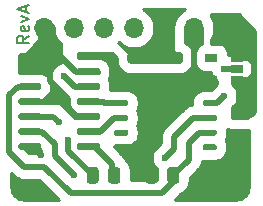
<source format=gtl>
G04 #@! TF.GenerationSoftware,KiCad,Pcbnew,(5.1.9-0-10_14)*
G04 #@! TF.CreationDate,2023-06-12T04:28:03-04:00*
G04 #@! TF.ProjectId,LiBCM-Daughterboard,4c694243-4d2d-4446-9175-676874657262,A*
G04 #@! TF.SameCoordinates,Original*
G04 #@! TF.FileFunction,Copper,L1,Top*
G04 #@! TF.FilePolarity,Positive*
%FSLAX46Y46*%
G04 Gerber Fmt 4.6, Leading zero omitted, Abs format (unit mm)*
G04 Created by KiCad (PCBNEW (5.1.9-0-10_14)) date 2023-06-12 04:28:03*
%MOMM*%
%LPD*%
G01*
G04 APERTURE LIST*
G04 #@! TA.AperFunction,NonConductor*
%ADD10C,0.150000*%
G04 #@! TD*
G04 #@! TA.AperFunction,ComponentPad*
%ADD11R,1.700000X1.700000*%
G04 #@! TD*
G04 #@! TA.AperFunction,ComponentPad*
%ADD12O,1.700000X1.700000*%
G04 #@! TD*
G04 #@! TA.AperFunction,SMDPad,CuDef*
%ADD13R,1.060000X0.650000*%
G04 #@! TD*
G04 #@! TA.AperFunction,ViaPad*
%ADD14C,0.600000*%
G04 #@! TD*
G04 #@! TA.AperFunction,Conductor*
%ADD15C,0.500000*%
G04 #@! TD*
G04 #@! TA.AperFunction,Conductor*
%ADD16C,1.000000*%
G04 #@! TD*
G04 #@! TA.AperFunction,Conductor*
%ADD17C,0.254000*%
G04 #@! TD*
G04 #@! TA.AperFunction,Conductor*
%ADD18C,0.100000*%
G04 #@! TD*
G04 APERTURE END LIST*
D10*
X36202380Y-161928571D02*
X35726190Y-162261904D01*
X36202380Y-162500000D02*
X35202380Y-162500000D01*
X35202380Y-162119047D01*
X35250000Y-162023809D01*
X35297619Y-161976190D01*
X35392857Y-161928571D01*
X35535714Y-161928571D01*
X35630952Y-161976190D01*
X35678571Y-162023809D01*
X35726190Y-162119047D01*
X35726190Y-162500000D01*
X36154761Y-161119047D02*
X36202380Y-161214285D01*
X36202380Y-161404761D01*
X36154761Y-161500000D01*
X36059523Y-161547619D01*
X35678571Y-161547619D01*
X35583333Y-161500000D01*
X35535714Y-161404761D01*
X35535714Y-161214285D01*
X35583333Y-161119047D01*
X35678571Y-161071428D01*
X35773809Y-161071428D01*
X35869047Y-161547619D01*
X35535714Y-160738095D02*
X36202380Y-160500000D01*
X35535714Y-160261904D01*
X35916666Y-159928571D02*
X35916666Y-159452380D01*
X36202380Y-160023809D02*
X35202380Y-159690476D01*
X36202380Y-159357142D01*
G04 #@! TO.P,C1,1*
G04 #@! TO.N,+3V3*
G04 #@! TA.AperFunction,SMDPad,CuDef*
G36*
G01*
X45725000Y-166200000D02*
X44775000Y-166200000D01*
G75*
G02*
X44525000Y-165950000I0J250000D01*
G01*
X44525000Y-165450000D01*
G75*
G02*
X44775000Y-165200000I250000J0D01*
G01*
X45725000Y-165200000D01*
G75*
G02*
X45975000Y-165450000I0J-250000D01*
G01*
X45975000Y-165950000D01*
G75*
G02*
X45725000Y-166200000I-250000J0D01*
G01*
G37*
G04 #@! TD.AperFunction*
G04 #@! TO.P,C1,2*
G04 #@! TO.N,GND*
G04 #@! TA.AperFunction,SMDPad,CuDef*
G36*
G01*
X45725000Y-164300000D02*
X44775000Y-164300000D01*
G75*
G02*
X44525000Y-164050000I0J250000D01*
G01*
X44525000Y-163550000D01*
G75*
G02*
X44775000Y-163300000I250000J0D01*
G01*
X45725000Y-163300000D01*
G75*
G02*
X45975000Y-163550000I0J-250000D01*
G01*
X45975000Y-164050000D01*
G75*
G02*
X45725000Y-164300000I-250000J0D01*
G01*
G37*
G04 #@! TD.AperFunction*
G04 #@! TD*
G04 #@! TO.P,C3,2*
G04 #@! TO.N,GND*
G04 #@! TA.AperFunction,SMDPad,CuDef*
G36*
G01*
X53525000Y-169950000D02*
X54475000Y-169950000D01*
G75*
G02*
X54725000Y-170200000I0J-250000D01*
G01*
X54725000Y-170700000D01*
G75*
G02*
X54475000Y-170950000I-250000J0D01*
G01*
X53525000Y-170950000D01*
G75*
G02*
X53275000Y-170700000I0J250000D01*
G01*
X53275000Y-170200000D01*
G75*
G02*
X53525000Y-169950000I250000J0D01*
G01*
G37*
G04 #@! TD.AperFunction*
G04 #@! TO.P,C3,1*
G04 #@! TO.N,+5V*
G04 #@! TA.AperFunction,SMDPad,CuDef*
G36*
G01*
X53525000Y-168050000D02*
X54475000Y-168050000D01*
G75*
G02*
X54725000Y-168300000I0J-250000D01*
G01*
X54725000Y-168800000D01*
G75*
G02*
X54475000Y-169050000I-250000J0D01*
G01*
X53525000Y-169050000D01*
G75*
G02*
X53275000Y-168800000I0J250000D01*
G01*
X53275000Y-168300000D01*
G75*
G02*
X53525000Y-168050000I250000J0D01*
G01*
G37*
G04 #@! TD.AperFunction*
G04 #@! TD*
G04 #@! TO.P,C4,1*
G04 #@! TO.N,+3V3*
G04 #@! TA.AperFunction,SMDPad,CuDef*
G36*
G01*
X48975000Y-166200000D02*
X48025000Y-166200000D01*
G75*
G02*
X47775000Y-165950000I0J250000D01*
G01*
X47775000Y-165450000D01*
G75*
G02*
X48025000Y-165200000I250000J0D01*
G01*
X48975000Y-165200000D01*
G75*
G02*
X49225000Y-165450000I0J-250000D01*
G01*
X49225000Y-165950000D01*
G75*
G02*
X48975000Y-166200000I-250000J0D01*
G01*
G37*
G04 #@! TD.AperFunction*
G04 #@! TO.P,C4,2*
G04 #@! TO.N,GND*
G04 #@! TA.AperFunction,SMDPad,CuDef*
G36*
G01*
X48975000Y-164300000D02*
X48025000Y-164300000D01*
G75*
G02*
X47775000Y-164050000I0J250000D01*
G01*
X47775000Y-163550000D01*
G75*
G02*
X48025000Y-163300000I250000J0D01*
G01*
X48975000Y-163300000D01*
G75*
G02*
X49225000Y-163550000I0J-250000D01*
G01*
X49225000Y-164050000D01*
G75*
G02*
X48975000Y-164300000I-250000J0D01*
G01*
G37*
G04 #@! TD.AperFunction*
G04 #@! TD*
D11*
G04 #@! TO.P,J1,1*
G04 #@! TO.N,+5V*
X52714999Y-161265001D03*
D12*
G04 #@! TO.P,J1,2*
G04 #@! TO.N,+3V3*
X50174999Y-161265001D03*
G04 #@! TO.P,J1,3*
G04 #@! TO.N,GND*
X47634999Y-161265001D03*
G04 #@! TO.P,J1,4*
G04 #@! TO.N,/SCK_VCC*
X45094999Y-161265001D03*
G04 #@! TO.P,J1,5*
G04 #@! TO.N,/MISO_VCC*
X42554999Y-161265001D03*
G04 #@! TO.P,J1,6*
G04 #@! TO.N,/MOSI_VCC*
X40014999Y-161265001D03*
G04 #@! TO.P,J1,7*
G04 #@! TO.N,/CS_VCC*
X37474999Y-161265001D03*
G04 #@! TD*
G04 #@! TO.P,R1,1*
G04 #@! TO.N,+3V3*
G04 #@! TA.AperFunction,SMDPad,CuDef*
G36*
G01*
X46075000Y-174200001D02*
X46075000Y-173299999D01*
G75*
G02*
X46324999Y-173050000I249999J0D01*
G01*
X46850001Y-173050000D01*
G75*
G02*
X47100000Y-173299999I0J-249999D01*
G01*
X47100000Y-174200001D01*
G75*
G02*
X46850001Y-174450000I-249999J0D01*
G01*
X46324999Y-174450000D01*
G75*
G02*
X46075000Y-174200001I0J249999D01*
G01*
G37*
G04 #@! TD.AperFunction*
G04 #@! TO.P,R1,2*
G04 #@! TO.N,/CS_3V3*
G04 #@! TA.AperFunction,SMDPad,CuDef*
G36*
G01*
X47900000Y-174200001D02*
X47900000Y-173299999D01*
G75*
G02*
X48149999Y-173050000I249999J0D01*
G01*
X48675001Y-173050000D01*
G75*
G02*
X48925000Y-173299999I0J-249999D01*
G01*
X48925000Y-174200001D01*
G75*
G02*
X48675001Y-174450000I-249999J0D01*
G01*
X48149999Y-174450000D01*
G75*
G02*
X47900000Y-174200001I0J249999D01*
G01*
G37*
G04 #@! TD.AperFunction*
G04 #@! TD*
G04 #@! TO.P,R2,2*
G04 #@! TO.N,/MISO_VCC*
G04 #@! TA.AperFunction,SMDPad,CuDef*
G36*
G01*
X42100000Y-173299999D02*
X42100000Y-174200001D01*
G75*
G02*
X41850001Y-174450000I-249999J0D01*
G01*
X41324999Y-174450000D01*
G75*
G02*
X41075000Y-174200001I0J249999D01*
G01*
X41075000Y-173299999D01*
G75*
G02*
X41324999Y-173050000I249999J0D01*
G01*
X41850001Y-173050000D01*
G75*
G02*
X42100000Y-173299999I0J-249999D01*
G01*
G37*
G04 #@! TD.AperFunction*
G04 #@! TO.P,R2,1*
G04 #@! TO.N,/MISO_ILIM_SD*
G04 #@! TA.AperFunction,SMDPad,CuDef*
G36*
G01*
X43925000Y-173299999D02*
X43925000Y-174200001D01*
G75*
G02*
X43675001Y-174450000I-249999J0D01*
G01*
X43149999Y-174450000D01*
G75*
G02*
X42900000Y-174200001I0J249999D01*
G01*
X42900000Y-173299999D01*
G75*
G02*
X43149999Y-173050000I249999J0D01*
G01*
X43675001Y-173050000D01*
G75*
G02*
X43925000Y-173299999I0J-249999D01*
G01*
G37*
G04 #@! TD.AperFunction*
G04 #@! TD*
G04 #@! TO.P,U1,1*
G04 #@! TO.N,N/C*
G04 #@! TA.AperFunction,SMDPad,CuDef*
G36*
G01*
X52100000Y-171250000D02*
X52100000Y-171500000D01*
G75*
G02*
X51975000Y-171625000I-125000J0D01*
G01*
X51025000Y-171625000D01*
G75*
G02*
X50900000Y-171500000I0J125000D01*
G01*
X50900000Y-171250000D01*
G75*
G02*
X51025000Y-171125000I125000J0D01*
G01*
X51975000Y-171125000D01*
G75*
G02*
X52100000Y-171250000I0J-125000D01*
G01*
G37*
G04 #@! TD.AperFunction*
G04 #@! TO.P,U1,2*
G04 #@! TO.N,/CS_3V3*
G04 #@! TA.AperFunction,SMDPad,CuDef*
G36*
G01*
X52100000Y-170000000D02*
X52100000Y-170250000D01*
G75*
G02*
X51975000Y-170375000I-125000J0D01*
G01*
X51025000Y-170375000D01*
G75*
G02*
X50900000Y-170250000I0J125000D01*
G01*
X50900000Y-170000000D01*
G75*
G02*
X51025000Y-169875000I125000J0D01*
G01*
X51975000Y-169875000D01*
G75*
G02*
X52100000Y-170000000I0J-125000D01*
G01*
G37*
G04 #@! TD.AperFunction*
G04 #@! TO.P,U1,3*
G04 #@! TO.N,/SCK_3V3*
G04 #@! TA.AperFunction,SMDPad,CuDef*
G36*
G01*
X52100000Y-168750000D02*
X52100000Y-169000000D01*
G75*
G02*
X51975000Y-169125000I-125000J0D01*
G01*
X51025000Y-169125000D01*
G75*
G02*
X50900000Y-169000000I0J125000D01*
G01*
X50900000Y-168750000D01*
G75*
G02*
X51025000Y-168625000I125000J0D01*
G01*
X51975000Y-168625000D01*
G75*
G02*
X52100000Y-168750000I0J-125000D01*
G01*
G37*
G04 #@! TD.AperFunction*
G04 #@! TO.P,U1,4*
G04 #@! TO.N,GND*
G04 #@! TA.AperFunction,SMDPad,CuDef*
G36*
G01*
X52100000Y-167500000D02*
X52100000Y-167750000D01*
G75*
G02*
X51975000Y-167875000I-125000J0D01*
G01*
X51025000Y-167875000D01*
G75*
G02*
X50900000Y-167750000I0J125000D01*
G01*
X50900000Y-167500000D01*
G75*
G02*
X51025000Y-167375000I125000J0D01*
G01*
X51975000Y-167375000D01*
G75*
G02*
X52100000Y-167500000I0J-125000D01*
G01*
G37*
G04 #@! TD.AperFunction*
G04 #@! TO.P,U1,5*
G04 #@! TO.N,/MOSI_3V3*
G04 #@! TA.AperFunction,SMDPad,CuDef*
G36*
G01*
X44600000Y-167500000D02*
X44600000Y-167750000D01*
G75*
G02*
X44475000Y-167875000I-125000J0D01*
G01*
X43525000Y-167875000D01*
G75*
G02*
X43400000Y-167750000I0J125000D01*
G01*
X43400000Y-167500000D01*
G75*
G02*
X43525000Y-167375000I125000J0D01*
G01*
X44475000Y-167375000D01*
G75*
G02*
X44600000Y-167500000I0J-125000D01*
G01*
G37*
G04 #@! TD.AperFunction*
G04 #@! TO.P,U1,6*
G04 #@! TO.N,/MISO_3V3*
G04 #@! TA.AperFunction,SMDPad,CuDef*
G36*
G01*
X44600000Y-168750000D02*
X44600000Y-169000000D01*
G75*
G02*
X44475000Y-169125000I-125000J0D01*
G01*
X43525000Y-169125000D01*
G75*
G02*
X43400000Y-169000000I0J125000D01*
G01*
X43400000Y-168750000D01*
G75*
G02*
X43525000Y-168625000I125000J0D01*
G01*
X44475000Y-168625000D01*
G75*
G02*
X44600000Y-168750000I0J-125000D01*
G01*
G37*
G04 #@! TD.AperFunction*
G04 #@! TO.P,U1,7*
G04 #@! TO.N,N/C*
G04 #@! TA.AperFunction,SMDPad,CuDef*
G36*
G01*
X44600000Y-170000000D02*
X44600000Y-170250000D01*
G75*
G02*
X44475000Y-170375000I-125000J0D01*
G01*
X43525000Y-170375000D01*
G75*
G02*
X43400000Y-170250000I0J125000D01*
G01*
X43400000Y-170000000D01*
G75*
G02*
X43525000Y-169875000I125000J0D01*
G01*
X44475000Y-169875000D01*
G75*
G02*
X44600000Y-170000000I0J-125000D01*
G01*
G37*
G04 #@! TD.AperFunction*
G04 #@! TO.P,U1,8*
G04 #@! TO.N,+3V3*
G04 #@! TA.AperFunction,SMDPad,CuDef*
G36*
G01*
X44600000Y-171250000D02*
X44600000Y-171500000D01*
G75*
G02*
X44475000Y-171625000I-125000J0D01*
G01*
X43525000Y-171625000D01*
G75*
G02*
X43400000Y-171500000I0J125000D01*
G01*
X43400000Y-171250000D01*
G75*
G02*
X43525000Y-171125000I125000J0D01*
G01*
X44475000Y-171125000D01*
G75*
G02*
X44600000Y-171250000I0J-125000D01*
G01*
G37*
G04 #@! TD.AperFunction*
G04 #@! TD*
G04 #@! TO.P,U2,1*
G04 #@! TO.N,/CS_VCC*
G04 #@! TA.AperFunction,SMDPad,CuDef*
G36*
G01*
X35300000Y-163840000D02*
X35300000Y-163540000D01*
G75*
G02*
X35450000Y-163390000I150000J0D01*
G01*
X37100000Y-163390000D01*
G75*
G02*
X37250000Y-163540000I0J-150000D01*
G01*
X37250000Y-163840000D01*
G75*
G02*
X37100000Y-163990000I-150000J0D01*
G01*
X35450000Y-163990000D01*
G75*
G02*
X35300000Y-163840000I0J150000D01*
G01*
G37*
G04 #@! TD.AperFunction*
G04 #@! TO.P,U2,2*
G04 #@! TA.AperFunction,SMDPad,CuDef*
G36*
G01*
X35300000Y-165110000D02*
X35300000Y-164810000D01*
G75*
G02*
X35450000Y-164660000I150000J0D01*
G01*
X37100000Y-164660000D01*
G75*
G02*
X37250000Y-164810000I0J-150000D01*
G01*
X37250000Y-165110000D01*
G75*
G02*
X37100000Y-165260000I-150000J0D01*
G01*
X35450000Y-165260000D01*
G75*
G02*
X35300000Y-165110000I0J150000D01*
G01*
G37*
G04 #@! TD.AperFunction*
G04 #@! TO.P,U2,3*
G04 #@! TO.N,/CS_3V3*
G04 #@! TA.AperFunction,SMDPad,CuDef*
G36*
G01*
X35300000Y-166380000D02*
X35300000Y-166080000D01*
G75*
G02*
X35450000Y-165930000I150000J0D01*
G01*
X37100000Y-165930000D01*
G75*
G02*
X37250000Y-166080000I0J-150000D01*
G01*
X37250000Y-166380000D01*
G75*
G02*
X37100000Y-166530000I-150000J0D01*
G01*
X35450000Y-166530000D01*
G75*
G02*
X35300000Y-166380000I0J150000D01*
G01*
G37*
G04 #@! TD.AperFunction*
G04 #@! TO.P,U2,4*
G04 #@! TO.N,/CS_VCC*
G04 #@! TA.AperFunction,SMDPad,CuDef*
G36*
G01*
X35300000Y-167650000D02*
X35300000Y-167350000D01*
G75*
G02*
X35450000Y-167200000I150000J0D01*
G01*
X37100000Y-167200000D01*
G75*
G02*
X37250000Y-167350000I0J-150000D01*
G01*
X37250000Y-167650000D01*
G75*
G02*
X37100000Y-167800000I-150000J0D01*
G01*
X35450000Y-167800000D01*
G75*
G02*
X35300000Y-167650000I0J150000D01*
G01*
G37*
G04 #@! TD.AperFunction*
G04 #@! TO.P,U2,5*
G04 #@! TO.N,/SCK_VCC*
G04 #@! TA.AperFunction,SMDPad,CuDef*
G36*
G01*
X35300000Y-168920000D02*
X35300000Y-168620000D01*
G75*
G02*
X35450000Y-168470000I150000J0D01*
G01*
X37100000Y-168470000D01*
G75*
G02*
X37250000Y-168620000I0J-150000D01*
G01*
X37250000Y-168920000D01*
G75*
G02*
X37100000Y-169070000I-150000J0D01*
G01*
X35450000Y-169070000D01*
G75*
G02*
X35300000Y-168920000I0J150000D01*
G01*
G37*
G04 #@! TD.AperFunction*
G04 #@! TO.P,U2,6*
G04 #@! TO.N,/SCK_3V3*
G04 #@! TA.AperFunction,SMDPad,CuDef*
G36*
G01*
X35300000Y-170190000D02*
X35300000Y-169890000D01*
G75*
G02*
X35450000Y-169740000I150000J0D01*
G01*
X37100000Y-169740000D01*
G75*
G02*
X37250000Y-169890000I0J-150000D01*
G01*
X37250000Y-170190000D01*
G75*
G02*
X37100000Y-170340000I-150000J0D01*
G01*
X35450000Y-170340000D01*
G75*
G02*
X35300000Y-170190000I0J150000D01*
G01*
G37*
G04 #@! TD.AperFunction*
G04 #@! TO.P,U2,7*
G04 #@! TO.N,GND*
G04 #@! TA.AperFunction,SMDPad,CuDef*
G36*
G01*
X35300000Y-171460000D02*
X35300000Y-171160000D01*
G75*
G02*
X35450000Y-171010000I150000J0D01*
G01*
X37100000Y-171010000D01*
G75*
G02*
X37250000Y-171160000I0J-150000D01*
G01*
X37250000Y-171460000D01*
G75*
G02*
X37100000Y-171610000I-150000J0D01*
G01*
X35450000Y-171610000D01*
G75*
G02*
X35300000Y-171460000I0J150000D01*
G01*
G37*
G04 #@! TD.AperFunction*
G04 #@! TO.P,U2,8*
G04 #@! TO.N,/MISO_ILIM_SD*
G04 #@! TA.AperFunction,SMDPad,CuDef*
G36*
G01*
X40250000Y-171460000D02*
X40250000Y-171160000D01*
G75*
G02*
X40400000Y-171010000I150000J0D01*
G01*
X42050000Y-171010000D01*
G75*
G02*
X42200000Y-171160000I0J-150000D01*
G01*
X42200000Y-171460000D01*
G75*
G02*
X42050000Y-171610000I-150000J0D01*
G01*
X40400000Y-171610000D01*
G75*
G02*
X40250000Y-171460000I0J150000D01*
G01*
G37*
G04 #@! TD.AperFunction*
G04 #@! TO.P,U2,9*
G04 #@! TO.N,/MISO_3V3*
G04 #@! TA.AperFunction,SMDPad,CuDef*
G36*
G01*
X40250000Y-170190000D02*
X40250000Y-169890000D01*
G75*
G02*
X40400000Y-169740000I150000J0D01*
G01*
X42050000Y-169740000D01*
G75*
G02*
X42200000Y-169890000I0J-150000D01*
G01*
X42200000Y-170190000D01*
G75*
G02*
X42050000Y-170340000I-150000J0D01*
G01*
X40400000Y-170340000D01*
G75*
G02*
X40250000Y-170190000I0J150000D01*
G01*
G37*
G04 #@! TD.AperFunction*
G04 #@! TO.P,U2,10*
G04 #@! TO.N,/CS_VCC*
G04 #@! TA.AperFunction,SMDPad,CuDef*
G36*
G01*
X40250000Y-168920000D02*
X40250000Y-168620000D01*
G75*
G02*
X40400000Y-168470000I150000J0D01*
G01*
X42050000Y-168470000D01*
G75*
G02*
X42200000Y-168620000I0J-150000D01*
G01*
X42200000Y-168920000D01*
G75*
G02*
X42050000Y-169070000I-150000J0D01*
G01*
X40400000Y-169070000D01*
G75*
G02*
X40250000Y-168920000I0J150000D01*
G01*
G37*
G04 #@! TD.AperFunction*
G04 #@! TO.P,U2,11*
G04 #@! TO.N,/MOSI_3V3*
G04 #@! TA.AperFunction,SMDPad,CuDef*
G36*
G01*
X40250000Y-167650000D02*
X40250000Y-167350000D01*
G75*
G02*
X40400000Y-167200000I150000J0D01*
G01*
X42050000Y-167200000D01*
G75*
G02*
X42200000Y-167350000I0J-150000D01*
G01*
X42200000Y-167650000D01*
G75*
G02*
X42050000Y-167800000I-150000J0D01*
G01*
X40400000Y-167800000D01*
G75*
G02*
X40250000Y-167650000I0J150000D01*
G01*
G37*
G04 #@! TD.AperFunction*
G04 #@! TO.P,U2,12*
G04 #@! TO.N,/MOSI_VCC*
G04 #@! TA.AperFunction,SMDPad,CuDef*
G36*
G01*
X40250000Y-166380000D02*
X40250000Y-166080000D01*
G75*
G02*
X40400000Y-165930000I150000J0D01*
G01*
X42050000Y-165930000D01*
G75*
G02*
X42200000Y-166080000I0J-150000D01*
G01*
X42200000Y-166380000D01*
G75*
G02*
X42050000Y-166530000I-150000J0D01*
G01*
X40400000Y-166530000D01*
G75*
G02*
X40250000Y-166380000I0J150000D01*
G01*
G37*
G04 #@! TD.AperFunction*
G04 #@! TO.P,U2,13*
G04 #@! TO.N,/CS_VCC*
G04 #@! TA.AperFunction,SMDPad,CuDef*
G36*
G01*
X40250000Y-165110000D02*
X40250000Y-164810000D01*
G75*
G02*
X40400000Y-164660000I150000J0D01*
G01*
X42050000Y-164660000D01*
G75*
G02*
X42200000Y-164810000I0J-150000D01*
G01*
X42200000Y-165110000D01*
G75*
G02*
X42050000Y-165260000I-150000J0D01*
G01*
X40400000Y-165260000D01*
G75*
G02*
X40250000Y-165110000I0J150000D01*
G01*
G37*
G04 #@! TD.AperFunction*
G04 #@! TO.P,U2,14*
G04 #@! TO.N,+3V3*
G04 #@! TA.AperFunction,SMDPad,CuDef*
G36*
G01*
X40250000Y-163840000D02*
X40250000Y-163540000D01*
G75*
G02*
X40400000Y-163390000I150000J0D01*
G01*
X42050000Y-163390000D01*
G75*
G02*
X42200000Y-163540000I0J-150000D01*
G01*
X42200000Y-163840000D01*
G75*
G02*
X42050000Y-163990000I-150000J0D01*
G01*
X40400000Y-163990000D01*
G75*
G02*
X40250000Y-163840000I0J150000D01*
G01*
G37*
G04 #@! TD.AperFunction*
G04 #@! TD*
D13*
G04 #@! TO.P,U3,1*
G04 #@! TO.N,+5V*
X53850000Y-165700000D03*
G04 #@! TO.P,U3,2*
G04 #@! TO.N,GND*
X53850000Y-164750000D03*
G04 #@! TO.P,U3,3*
G04 #@! TO.N,+5V*
X53850000Y-163800000D03*
G04 #@! TO.P,U3,4*
G04 #@! TO.N,N/C*
X51650000Y-163800000D03*
G04 #@! TO.P,U3,5*
G04 #@! TO.N,+3V3*
X51650000Y-165700000D03*
G04 #@! TD*
D14*
G04 #@! TO.N,GND*
X52750000Y-164750000D03*
X46500000Y-163800000D03*
X52750000Y-167000000D03*
X37250000Y-172000000D03*
X36000000Y-174500000D03*
X53500000Y-171500000D03*
X54500000Y-171500000D03*
G04 #@! TO.N,/SCK_VCC*
X38750000Y-169250000D03*
G04 #@! TO.N,/MISO_VCC*
X39500000Y-170750000D03*
G04 #@! TO.N,/MOSI_VCC*
X39200000Y-165350000D03*
G04 #@! TO.N,/SCK_3V3*
X40000000Y-173750000D03*
X47750000Y-172250000D03*
G04 #@! TD*
D15*
G04 #@! TO.N,+5V*
X52714999Y-161265001D02*
X52714999Y-161964999D01*
X53850000Y-163100000D02*
X53850000Y-163800000D01*
X52714999Y-161964999D02*
X53850000Y-163100000D01*
X54000000Y-165850000D02*
X53850000Y-165700000D01*
X54000000Y-168550000D02*
X54000000Y-165850000D01*
X53850000Y-163800000D02*
X54800000Y-163800000D01*
X54800000Y-163800000D02*
X55250000Y-164250000D01*
X55250000Y-164250000D02*
X55250000Y-165250000D01*
X54800000Y-165700000D02*
X53850000Y-165700000D01*
X55250000Y-165250000D02*
X54800000Y-165700000D01*
D16*
X54564999Y-161265001D02*
X54974990Y-161674992D01*
X52714999Y-161265001D02*
X54564999Y-161265001D01*
X54000000Y-168550000D02*
X54050000Y-168500000D01*
X54750000Y-168500000D02*
X54974990Y-168275010D01*
X54050000Y-168500000D02*
X54750000Y-168500000D01*
X54974990Y-168275010D02*
X54974990Y-166000000D01*
D15*
X55224990Y-165775010D02*
X55224990Y-165250000D01*
X55000000Y-166000000D02*
X55224990Y-165775010D01*
X54974990Y-166000000D02*
X55000000Y-166000000D01*
X55224990Y-163224990D02*
X55224990Y-164250000D01*
D16*
X54974990Y-161674992D02*
X54974990Y-162724990D01*
D15*
X54974990Y-162974990D02*
X55224990Y-163224990D01*
X54974990Y-162724990D02*
X54974990Y-162974990D01*
D16*
X54974990Y-162724990D02*
X54974990Y-163500000D01*
G04 #@! TO.N,GND*
X47634999Y-162934999D02*
X48500000Y-163800000D01*
X47634999Y-161265001D02*
X47634999Y-162934999D01*
X48500000Y-163800000D02*
X47200000Y-163800000D01*
X47200000Y-163800000D02*
X45750000Y-163800000D01*
D15*
X52750000Y-164750000D02*
X53850000Y-164750000D01*
X52125000Y-167625000D02*
X52750000Y-167000000D01*
X51500000Y-167625000D02*
X52125000Y-167625000D01*
X36560000Y-171310000D02*
X37250000Y-172000000D01*
X36275000Y-171310000D02*
X36560000Y-171310000D01*
X54500000Y-170950000D02*
X54000000Y-170450000D01*
X54500000Y-171500000D02*
X54500000Y-170950000D01*
X53500000Y-170950000D02*
X54000000Y-170450000D01*
X53500000Y-171500000D02*
X53500000Y-170950000D01*
G04 #@! TO.N,+3V3*
X50174999Y-161265001D02*
X50174999Y-165075001D01*
X49550000Y-165700000D02*
X48500000Y-165700000D01*
X50174999Y-165075001D02*
X49550000Y-165700000D01*
D16*
X51650000Y-165700000D02*
X45750000Y-165700000D01*
X45750000Y-165700000D02*
X44700000Y-165700000D01*
D15*
X44000000Y-171375000D02*
X45375000Y-171375000D01*
X45750000Y-171000000D02*
X45750000Y-165700000D01*
X45375000Y-171375000D02*
X45750000Y-171000000D01*
X41225000Y-163690000D02*
X42690000Y-163690000D01*
X42690000Y-163690000D02*
X43500000Y-164500000D01*
X43500000Y-164500000D02*
X43500000Y-165000000D01*
X44200000Y-165700000D02*
X45250000Y-165700000D01*
X43500000Y-165000000D02*
X44200000Y-165700000D01*
X45250000Y-171500000D02*
X45375000Y-171375000D01*
X45250000Y-172500000D02*
X45250000Y-171500000D01*
X46500000Y-173750000D02*
X45250000Y-172500000D01*
X46587500Y-173750000D02*
X46500000Y-173750000D01*
G04 #@! TO.N,/MISO_ILIM_SD*
X41225000Y-171310000D02*
X41810000Y-171310000D01*
X43250000Y-172750000D02*
X43250000Y-173587500D01*
X43250000Y-173587500D02*
X43412500Y-173750000D01*
X41810000Y-171310000D02*
X43250000Y-172750000D01*
G04 #@! TO.N,/SCK_VCC*
X38270000Y-168770000D02*
X38750000Y-169250000D01*
X36275000Y-168770000D02*
X38270000Y-168770000D01*
G04 #@! TO.N,/MISO_VCC*
X39500000Y-171662500D02*
X41587500Y-173750000D01*
X39500000Y-170750000D02*
X39500000Y-171662500D01*
G04 #@! TO.N,/MOSI_VCC*
X40080000Y-166230000D02*
X41225000Y-166230000D01*
X39200000Y-165350000D02*
X40080000Y-166230000D01*
G04 #@! TO.N,/CS_VCC*
X41225000Y-164960000D02*
X40210000Y-164960000D01*
X40210000Y-164960000D02*
X38940000Y-163690000D01*
X36275000Y-164960000D02*
X37290000Y-164960000D01*
X37290000Y-164960000D02*
X37810000Y-164440000D01*
X37810000Y-164440000D02*
X37810000Y-163690000D01*
X38940000Y-163690000D02*
X37810000Y-163690000D01*
X37810000Y-161600002D02*
X37474999Y-161265001D01*
X37810000Y-163690000D02*
X37810000Y-161600002D01*
X37500000Y-167500000D02*
X36275000Y-167500000D01*
X38250000Y-166750000D02*
X37500000Y-167500000D01*
X41225000Y-168770000D02*
X40270000Y-168770000D01*
X40270000Y-168770000D02*
X39500000Y-168000000D01*
X39500000Y-168000000D02*
X39500000Y-167250000D01*
X38250000Y-166000000D02*
X38250000Y-166750000D01*
X39500000Y-167250000D02*
X38250000Y-166000000D01*
X38000000Y-165750000D02*
X38250000Y-166000000D01*
X38000000Y-164750000D02*
X38000000Y-165750000D01*
X37810000Y-164560000D02*
X38000000Y-164750000D01*
X37810000Y-164440000D02*
X37810000Y-164560000D01*
D16*
X37474999Y-162490001D02*
X36275000Y-163690000D01*
X37474999Y-161265001D02*
X37474999Y-162490001D01*
X37474999Y-163525001D02*
X37310000Y-163690000D01*
X37474999Y-161265001D02*
X37474999Y-163525001D01*
D15*
X37310000Y-163690000D02*
X36275000Y-163690000D01*
X37810000Y-163690000D02*
X37310000Y-163690000D01*
G04 #@! TO.N,/CS_3V3*
X50625000Y-170125000D02*
X51500000Y-170125000D01*
X49750000Y-172412500D02*
X49750000Y-171000000D01*
X49750000Y-171000000D02*
X50625000Y-170125000D01*
X48412500Y-173750000D02*
X49750000Y-172412500D01*
X35270000Y-166230000D02*
X34525010Y-166974990D01*
X35750000Y-173000000D02*
X37500000Y-173000000D01*
X34525010Y-171775010D02*
X35750000Y-173000000D01*
X47500000Y-175250000D02*
X48412500Y-174337500D01*
X39750000Y-175250000D02*
X47500000Y-175250000D01*
X34525010Y-166974990D02*
X34525010Y-171775010D01*
X37500000Y-173000000D02*
X39750000Y-175250000D01*
X36275000Y-166230000D02*
X35270000Y-166230000D01*
X48250000Y-174500000D02*
X48250000Y-174000000D01*
X48000000Y-174750000D02*
X48250000Y-174500000D01*
G04 #@! TO.N,/SCK_3V3*
X50125000Y-168875000D02*
X51500000Y-168875000D01*
X48500000Y-170500000D02*
X50125000Y-168875000D01*
X48500000Y-171500000D02*
X48500000Y-170500000D01*
X47750000Y-172250000D02*
X48500000Y-171500000D01*
X38375000Y-172125000D02*
X40000000Y-173750000D01*
X37290000Y-170040000D02*
X38375000Y-171125000D01*
X38375000Y-171125000D02*
X38375000Y-172125000D01*
X36275000Y-170040000D02*
X37290000Y-170040000D01*
G04 #@! TO.N,/MOSI_3V3*
X41225000Y-167500000D02*
X42500000Y-167500000D01*
X42625000Y-167625000D02*
X44000000Y-167625000D01*
X42500000Y-167500000D02*
X42625000Y-167625000D01*
G04 #@! TO.N,/MISO_3V3*
X41225000Y-170040000D02*
X42210000Y-170040000D01*
X43375000Y-168875000D02*
X44000000Y-168875000D01*
X42210000Y-170040000D02*
X43375000Y-168875000D01*
G04 #@! TD*
D17*
G04 #@! TO.N,+5V*
X54798001Y-168772393D02*
X54697394Y-168873000D01*
X53377000Y-168873000D01*
X53377000Y-167996618D01*
X53500294Y-167914236D01*
X53664236Y-167750294D01*
X53793044Y-167557519D01*
X53881769Y-167343318D01*
X53927000Y-167115924D01*
X53927000Y-166884076D01*
X53881769Y-166656682D01*
X53793044Y-166442481D01*
X53664236Y-166249706D01*
X53500294Y-166085764D01*
X53377000Y-166003382D01*
X53377000Y-165956243D01*
X54380000Y-165956243D01*
X54551922Y-165939310D01*
X54717237Y-165889162D01*
X54798000Y-165845993D01*
X54798001Y-168772393D01*
G04 #@! TA.AperFunction,Conductor*
D18*
G36*
X54798001Y-168772393D02*
G01*
X54697394Y-168873000D01*
X53377000Y-168873000D01*
X53377000Y-167996618D01*
X53500294Y-167914236D01*
X53664236Y-167750294D01*
X53793044Y-167557519D01*
X53881769Y-167343318D01*
X53927000Y-167115924D01*
X53927000Y-166884076D01*
X53881769Y-166656682D01*
X53793044Y-166442481D01*
X53664236Y-166249706D01*
X53500294Y-166085764D01*
X53377000Y-166003382D01*
X53377000Y-165956243D01*
X54380000Y-165956243D01*
X54551922Y-165939310D01*
X54717237Y-165889162D01*
X54798000Y-165845993D01*
X54798001Y-168772393D01*
G37*
G04 #@! TD.AperFunction*
D17*
X54798000Y-160977606D02*
X54798000Y-163654007D01*
X54717237Y-163610838D01*
X54551922Y-163560690D01*
X54380000Y-163543757D01*
X53320000Y-163543757D01*
X53148078Y-163560690D01*
X53061243Y-163587031D01*
X53061243Y-163475000D01*
X53044310Y-163303078D01*
X52994162Y-163137763D01*
X52912727Y-162985408D01*
X52803133Y-162851867D01*
X52669592Y-162742273D01*
X52517237Y-162660838D01*
X52351922Y-162610690D01*
X52180000Y-162593757D01*
X51627000Y-162593757D01*
X51627000Y-162200445D01*
X51705446Y-162083042D01*
X51835631Y-161768748D01*
X51901999Y-161435096D01*
X51901999Y-161094906D01*
X51835631Y-160761254D01*
X51705446Y-160446960D01*
X51627000Y-160329557D01*
X51627000Y-160127000D01*
X53947394Y-160127000D01*
X54798000Y-160977606D01*
G04 #@! TA.AperFunction,Conductor*
D18*
G36*
X54798000Y-160977606D02*
G01*
X54798000Y-163654007D01*
X54717237Y-163610838D01*
X54551922Y-163560690D01*
X54380000Y-163543757D01*
X53320000Y-163543757D01*
X53148078Y-163560690D01*
X53061243Y-163587031D01*
X53061243Y-163475000D01*
X53044310Y-163303078D01*
X52994162Y-163137763D01*
X52912727Y-162985408D01*
X52803133Y-162851867D01*
X52669592Y-162742273D01*
X52517237Y-162660838D01*
X52351922Y-162610690D01*
X52180000Y-162593757D01*
X51627000Y-162593757D01*
X51627000Y-162200445D01*
X51705446Y-162083042D01*
X51835631Y-161768748D01*
X51901999Y-161435096D01*
X51901999Y-161094906D01*
X51835631Y-160761254D01*
X51705446Y-160446960D01*
X51627000Y-160329557D01*
X51627000Y-160127000D01*
X53947394Y-160127000D01*
X54798000Y-160977606D01*
G37*
G04 #@! TD.AperFunction*
G04 #@! TD*
D17*
G04 #@! TO.N,/CS_VCC*
X38287999Y-161217605D02*
X38287999Y-161435096D01*
X38354367Y-161768748D01*
X38484552Y-162083042D01*
X38673551Y-162365899D01*
X38873000Y-162565348D01*
X38873000Y-163500000D01*
X38875440Y-163524776D01*
X38882667Y-163548601D01*
X38894403Y-163570557D01*
X38910197Y-163589803D01*
X39400325Y-164079931D01*
X39435790Y-164196843D01*
X39315924Y-164173000D01*
X39084076Y-164173000D01*
X38856682Y-164218231D01*
X38642481Y-164306956D01*
X38449706Y-164435764D01*
X38285764Y-164599706D01*
X38156956Y-164792481D01*
X38068231Y-165006682D01*
X38023000Y-165234076D01*
X38023000Y-165465924D01*
X38068231Y-165693318D01*
X38156956Y-165907519D01*
X38285764Y-166100294D01*
X38449706Y-166264236D01*
X38642481Y-166393044D01*
X38653995Y-166397813D01*
X39243945Y-166987764D01*
X39279235Y-167030765D01*
X39322236Y-167066055D01*
X39322239Y-167066058D01*
X39395450Y-167126140D01*
X39388572Y-167148814D01*
X39368757Y-167350000D01*
X39368757Y-167650000D01*
X39388572Y-167851186D01*
X39447256Y-168044640D01*
X39542553Y-168222928D01*
X39670801Y-168379199D01*
X39827072Y-168507447D01*
X40005360Y-168602744D01*
X40198814Y-168661428D01*
X40400000Y-168681243D01*
X41974939Y-168681243D01*
X41797425Y-168858757D01*
X40400000Y-168858757D01*
X40198814Y-168878572D01*
X40090910Y-168911304D01*
X38839803Y-167660197D01*
X38820557Y-167644403D01*
X38798601Y-167632667D01*
X38774776Y-167625440D01*
X38750000Y-167623000D01*
X37348748Y-167623000D01*
X37301186Y-167608572D01*
X37100000Y-167588757D01*
X35652010Y-167588757D01*
X35652010Y-167441808D01*
X35682575Y-167411243D01*
X37100000Y-167411243D01*
X37301186Y-167391428D01*
X37494640Y-167332744D01*
X37672928Y-167237447D01*
X37829199Y-167109199D01*
X37957447Y-166952928D01*
X38052744Y-166774640D01*
X38111428Y-166581186D01*
X38131243Y-166380000D01*
X38131243Y-166080000D01*
X38111428Y-165878814D01*
X38052744Y-165685360D01*
X37957447Y-165507072D01*
X37829199Y-165350801D01*
X37672928Y-165222553D01*
X37494640Y-165127256D01*
X37301186Y-165068572D01*
X37100000Y-165048757D01*
X35450000Y-165048757D01*
X35377000Y-165055947D01*
X35377000Y-163690095D01*
X37519500Y-163690095D01*
X37519500Y-160877000D01*
X37947394Y-160877000D01*
X38287999Y-161217605D01*
G04 #@! TA.AperFunction,Conductor*
D18*
G36*
X38287999Y-161217605D02*
G01*
X38287999Y-161435096D01*
X38354367Y-161768748D01*
X38484552Y-162083042D01*
X38673551Y-162365899D01*
X38873000Y-162565348D01*
X38873000Y-163500000D01*
X38875440Y-163524776D01*
X38882667Y-163548601D01*
X38894403Y-163570557D01*
X38910197Y-163589803D01*
X39400325Y-164079931D01*
X39435790Y-164196843D01*
X39315924Y-164173000D01*
X39084076Y-164173000D01*
X38856682Y-164218231D01*
X38642481Y-164306956D01*
X38449706Y-164435764D01*
X38285764Y-164599706D01*
X38156956Y-164792481D01*
X38068231Y-165006682D01*
X38023000Y-165234076D01*
X38023000Y-165465924D01*
X38068231Y-165693318D01*
X38156956Y-165907519D01*
X38285764Y-166100294D01*
X38449706Y-166264236D01*
X38642481Y-166393044D01*
X38653995Y-166397813D01*
X39243945Y-166987764D01*
X39279235Y-167030765D01*
X39322236Y-167066055D01*
X39322239Y-167066058D01*
X39395450Y-167126140D01*
X39388572Y-167148814D01*
X39368757Y-167350000D01*
X39368757Y-167650000D01*
X39388572Y-167851186D01*
X39447256Y-168044640D01*
X39542553Y-168222928D01*
X39670801Y-168379199D01*
X39827072Y-168507447D01*
X40005360Y-168602744D01*
X40198814Y-168661428D01*
X40400000Y-168681243D01*
X41974939Y-168681243D01*
X41797425Y-168858757D01*
X40400000Y-168858757D01*
X40198814Y-168878572D01*
X40090910Y-168911304D01*
X38839803Y-167660197D01*
X38820557Y-167644403D01*
X38798601Y-167632667D01*
X38774776Y-167625440D01*
X38750000Y-167623000D01*
X37348748Y-167623000D01*
X37301186Y-167608572D01*
X37100000Y-167588757D01*
X35652010Y-167588757D01*
X35652010Y-167441808D01*
X35682575Y-167411243D01*
X37100000Y-167411243D01*
X37301186Y-167391428D01*
X37494640Y-167332744D01*
X37672928Y-167237447D01*
X37829199Y-167109199D01*
X37957447Y-166952928D01*
X38052744Y-166774640D01*
X38111428Y-166581186D01*
X38131243Y-166380000D01*
X38131243Y-166080000D01*
X38111428Y-165878814D01*
X38052744Y-165685360D01*
X37957447Y-165507072D01*
X37829199Y-165350801D01*
X37672928Y-165222553D01*
X37494640Y-165127256D01*
X37301186Y-165068572D01*
X37100000Y-165048757D01*
X35450000Y-165048757D01*
X35377000Y-165055947D01*
X35377000Y-163690095D01*
X37519500Y-163690095D01*
X37519500Y-160877000D01*
X37947394Y-160877000D01*
X38287999Y-161217605D01*
G37*
G04 #@! TD.AperFunction*
D17*
X42123000Y-165055947D02*
X42050000Y-165048757D01*
X40492576Y-165048757D01*
X40320819Y-164877000D01*
X42123000Y-164877000D01*
X42123000Y-165055947D01*
G04 #@! TA.AperFunction,Conductor*
D18*
G36*
X42123000Y-165055947D02*
G01*
X42050000Y-165048757D01*
X40492576Y-165048757D01*
X40320819Y-164877000D01*
X42123000Y-164877000D01*
X42123000Y-165055947D01*
G37*
G04 #@! TD.AperFunction*
G04 #@! TD*
D17*
G04 #@! TO.N,+3V3*
X50873000Y-162633465D02*
X50782763Y-162660838D01*
X50630408Y-162742273D01*
X50496867Y-162851867D01*
X50387273Y-162985408D01*
X50305838Y-163137763D01*
X50255690Y-163303078D01*
X50238757Y-163475000D01*
X50238757Y-164125000D01*
X50255690Y-164296922D01*
X50305838Y-164462237D01*
X50387273Y-164614592D01*
X50496867Y-164748133D01*
X50630408Y-164857727D01*
X50782763Y-164939162D01*
X50948078Y-164989310D01*
X51120000Y-165006243D01*
X51600911Y-165006243D01*
X51618231Y-165093318D01*
X51706956Y-165307519D01*
X51835764Y-165500294D01*
X51999706Y-165664236D01*
X52123000Y-165746618D01*
X52123000Y-166003382D01*
X51999706Y-166085764D01*
X51835764Y-166249706D01*
X51706956Y-166442481D01*
X51702186Y-166453996D01*
X51662426Y-166493757D01*
X51025000Y-166493757D01*
X50828692Y-166513092D01*
X50639927Y-166570353D01*
X50465961Y-166663340D01*
X50313479Y-166788479D01*
X50188340Y-166940961D01*
X50095353Y-167114927D01*
X50038092Y-167303692D01*
X50018757Y-167500000D01*
X50018757Y-167750000D01*
X50019051Y-167752982D01*
X49904069Y-167764307D01*
X49692783Y-167828400D01*
X49691629Y-167828750D01*
X49495843Y-167933400D01*
X49367239Y-168038942D01*
X49367236Y-168038945D01*
X49324235Y-168074235D01*
X49288945Y-168117236D01*
X47742237Y-169663945D01*
X47699236Y-169699235D01*
X47663946Y-169742236D01*
X47663942Y-169742240D01*
X47558400Y-169870844D01*
X47453750Y-170066630D01*
X47437305Y-170120843D01*
X47389307Y-170279069D01*
X47373000Y-170444635D01*
X47373000Y-170444646D01*
X47367548Y-170500000D01*
X47373000Y-170555354D01*
X47373000Y-171033182D01*
X47203995Y-171202187D01*
X47192481Y-171206956D01*
X46999706Y-171335764D01*
X46835764Y-171499706D01*
X46706956Y-171692481D01*
X46618231Y-171906682D01*
X46573000Y-172134076D01*
X46573000Y-172365924D01*
X46618231Y-172593318D01*
X46706956Y-172807519D01*
X46835764Y-173000294D01*
X46999706Y-173164236D01*
X47030126Y-173184562D01*
X47018757Y-173299999D01*
X47018757Y-174123000D01*
X44806243Y-174123000D01*
X44806243Y-173299999D01*
X44784507Y-173079305D01*
X44720132Y-172867091D01*
X44615594Y-172671515D01*
X44474910Y-172500090D01*
X44311129Y-172365679D01*
X44296250Y-172316629D01*
X44191600Y-172120843D01*
X44086058Y-171992239D01*
X44086055Y-171992236D01*
X44050765Y-171949235D01*
X44007764Y-171913945D01*
X43377000Y-171283181D01*
X43377000Y-171241666D01*
X43525000Y-171256243D01*
X44475000Y-171256243D01*
X44671308Y-171236908D01*
X44860073Y-171179647D01*
X45034039Y-171086660D01*
X45186521Y-170961521D01*
X45311660Y-170809039D01*
X45404647Y-170635073D01*
X45461908Y-170446308D01*
X45481243Y-170250000D01*
X45481243Y-170000000D01*
X45461908Y-169803692D01*
X45404647Y-169614927D01*
X45343217Y-169500000D01*
X45404647Y-169385073D01*
X45461908Y-169196308D01*
X45481243Y-169000000D01*
X45481243Y-168750000D01*
X45461908Y-168553692D01*
X45404647Y-168364927D01*
X45343217Y-168250000D01*
X45404647Y-168135073D01*
X45461908Y-167946308D01*
X45481243Y-167750000D01*
X45481243Y-167500000D01*
X45461908Y-167303692D01*
X45404647Y-167114927D01*
X45311660Y-166940961D01*
X45186521Y-166788479D01*
X45034039Y-166663340D01*
X44860073Y-166570353D01*
X44671308Y-166513092D01*
X44475000Y-166493757D01*
X43525000Y-166493757D01*
X43481921Y-166498000D01*
X43069621Y-166498000D01*
X43081243Y-166380000D01*
X43081243Y-166080000D01*
X43061428Y-165878814D01*
X43002744Y-165685360D01*
X42954446Y-165595000D01*
X43002744Y-165504640D01*
X43061428Y-165311186D01*
X43081243Y-165110000D01*
X43081243Y-164810000D01*
X43061428Y-164608814D01*
X43002744Y-164415360D01*
X42907447Y-164237072D01*
X42779199Y-164080801D01*
X42622928Y-163952553D01*
X42444640Y-163857256D01*
X42251186Y-163798572D01*
X42050000Y-163778757D01*
X40622576Y-163778757D01*
X40377000Y-163533181D01*
X40377000Y-163377000D01*
X43197394Y-163377000D01*
X43643757Y-163823363D01*
X43643757Y-164050000D01*
X43665494Y-164270695D01*
X43729868Y-164482908D01*
X43834406Y-164678485D01*
X43975090Y-164849910D01*
X44146515Y-164990594D01*
X44342092Y-165095132D01*
X44554305Y-165159506D01*
X44775000Y-165181243D01*
X45725000Y-165181243D01*
X45768079Y-165177000D01*
X47981921Y-165177000D01*
X48025000Y-165181243D01*
X48475440Y-165181243D01*
X48499999Y-165183662D01*
X48524558Y-165181243D01*
X48975000Y-165181243D01*
X49195695Y-165159506D01*
X49407908Y-165095132D01*
X49603485Y-164990594D01*
X49774910Y-164849910D01*
X49915594Y-164678485D01*
X50020132Y-164482908D01*
X50084506Y-164270695D01*
X50106243Y-164050000D01*
X50106243Y-163550000D01*
X50084506Y-163329305D01*
X50020132Y-163117092D01*
X49915594Y-162921515D01*
X49774910Y-162750090D01*
X49603485Y-162609406D01*
X49407908Y-162504868D01*
X49377000Y-162495492D01*
X49377000Y-161377000D01*
X50873000Y-161377000D01*
X50873000Y-162633465D01*
G04 #@! TA.AperFunction,Conductor*
D18*
G36*
X50873000Y-162633465D02*
G01*
X50782763Y-162660838D01*
X50630408Y-162742273D01*
X50496867Y-162851867D01*
X50387273Y-162985408D01*
X50305838Y-163137763D01*
X50255690Y-163303078D01*
X50238757Y-163475000D01*
X50238757Y-164125000D01*
X50255690Y-164296922D01*
X50305838Y-164462237D01*
X50387273Y-164614592D01*
X50496867Y-164748133D01*
X50630408Y-164857727D01*
X50782763Y-164939162D01*
X50948078Y-164989310D01*
X51120000Y-165006243D01*
X51600911Y-165006243D01*
X51618231Y-165093318D01*
X51706956Y-165307519D01*
X51835764Y-165500294D01*
X51999706Y-165664236D01*
X52123000Y-165746618D01*
X52123000Y-166003382D01*
X51999706Y-166085764D01*
X51835764Y-166249706D01*
X51706956Y-166442481D01*
X51702186Y-166453996D01*
X51662426Y-166493757D01*
X51025000Y-166493757D01*
X50828692Y-166513092D01*
X50639927Y-166570353D01*
X50465961Y-166663340D01*
X50313479Y-166788479D01*
X50188340Y-166940961D01*
X50095353Y-167114927D01*
X50038092Y-167303692D01*
X50018757Y-167500000D01*
X50018757Y-167750000D01*
X50019051Y-167752982D01*
X49904069Y-167764307D01*
X49692783Y-167828400D01*
X49691629Y-167828750D01*
X49495843Y-167933400D01*
X49367239Y-168038942D01*
X49367236Y-168038945D01*
X49324235Y-168074235D01*
X49288945Y-168117236D01*
X47742237Y-169663945D01*
X47699236Y-169699235D01*
X47663946Y-169742236D01*
X47663942Y-169742240D01*
X47558400Y-169870844D01*
X47453750Y-170066630D01*
X47437305Y-170120843D01*
X47389307Y-170279069D01*
X47373000Y-170444635D01*
X47373000Y-170444646D01*
X47367548Y-170500000D01*
X47373000Y-170555354D01*
X47373000Y-171033182D01*
X47203995Y-171202187D01*
X47192481Y-171206956D01*
X46999706Y-171335764D01*
X46835764Y-171499706D01*
X46706956Y-171692481D01*
X46618231Y-171906682D01*
X46573000Y-172134076D01*
X46573000Y-172365924D01*
X46618231Y-172593318D01*
X46706956Y-172807519D01*
X46835764Y-173000294D01*
X46999706Y-173164236D01*
X47030126Y-173184562D01*
X47018757Y-173299999D01*
X47018757Y-174123000D01*
X44806243Y-174123000D01*
X44806243Y-173299999D01*
X44784507Y-173079305D01*
X44720132Y-172867091D01*
X44615594Y-172671515D01*
X44474910Y-172500090D01*
X44311129Y-172365679D01*
X44296250Y-172316629D01*
X44191600Y-172120843D01*
X44086058Y-171992239D01*
X44086055Y-171992236D01*
X44050765Y-171949235D01*
X44007764Y-171913945D01*
X43377000Y-171283181D01*
X43377000Y-171241666D01*
X43525000Y-171256243D01*
X44475000Y-171256243D01*
X44671308Y-171236908D01*
X44860073Y-171179647D01*
X45034039Y-171086660D01*
X45186521Y-170961521D01*
X45311660Y-170809039D01*
X45404647Y-170635073D01*
X45461908Y-170446308D01*
X45481243Y-170250000D01*
X45481243Y-170000000D01*
X45461908Y-169803692D01*
X45404647Y-169614927D01*
X45343217Y-169500000D01*
X45404647Y-169385073D01*
X45461908Y-169196308D01*
X45481243Y-169000000D01*
X45481243Y-168750000D01*
X45461908Y-168553692D01*
X45404647Y-168364927D01*
X45343217Y-168250000D01*
X45404647Y-168135073D01*
X45461908Y-167946308D01*
X45481243Y-167750000D01*
X45481243Y-167500000D01*
X45461908Y-167303692D01*
X45404647Y-167114927D01*
X45311660Y-166940961D01*
X45186521Y-166788479D01*
X45034039Y-166663340D01*
X44860073Y-166570353D01*
X44671308Y-166513092D01*
X44475000Y-166493757D01*
X43525000Y-166493757D01*
X43481921Y-166498000D01*
X43069621Y-166498000D01*
X43081243Y-166380000D01*
X43081243Y-166080000D01*
X43061428Y-165878814D01*
X43002744Y-165685360D01*
X42954446Y-165595000D01*
X43002744Y-165504640D01*
X43061428Y-165311186D01*
X43081243Y-165110000D01*
X43081243Y-164810000D01*
X43061428Y-164608814D01*
X43002744Y-164415360D01*
X42907447Y-164237072D01*
X42779199Y-164080801D01*
X42622928Y-163952553D01*
X42444640Y-163857256D01*
X42251186Y-163798572D01*
X42050000Y-163778757D01*
X40622576Y-163778757D01*
X40377000Y-163533181D01*
X40377000Y-163377000D01*
X43197394Y-163377000D01*
X43643757Y-163823363D01*
X43643757Y-164050000D01*
X43665494Y-164270695D01*
X43729868Y-164482908D01*
X43834406Y-164678485D01*
X43975090Y-164849910D01*
X44146515Y-164990594D01*
X44342092Y-165095132D01*
X44554305Y-165159506D01*
X44775000Y-165181243D01*
X45725000Y-165181243D01*
X45768079Y-165177000D01*
X47981921Y-165177000D01*
X48025000Y-165181243D01*
X48475440Y-165181243D01*
X48499999Y-165183662D01*
X48524558Y-165181243D01*
X48975000Y-165181243D01*
X49195695Y-165159506D01*
X49407908Y-165095132D01*
X49603485Y-164990594D01*
X49774910Y-164849910D01*
X49915594Y-164678485D01*
X50020132Y-164482908D01*
X50084506Y-164270695D01*
X50106243Y-164050000D01*
X50106243Y-163550000D01*
X50084506Y-163329305D01*
X50020132Y-163117092D01*
X49915594Y-162921515D01*
X49774910Y-162750090D01*
X49603485Y-162609406D01*
X49407908Y-162504868D01*
X49377000Y-162495492D01*
X49377000Y-161377000D01*
X50873000Y-161377000D01*
X50873000Y-162633465D01*
G37*
G04 #@! TD.AperFunction*
G04 #@! TD*
D17*
G04 #@! TO.N,GND*
X34913940Y-173757758D02*
X34949235Y-173800765D01*
X35031865Y-173868578D01*
X35120842Y-173941600D01*
X35225492Y-173997536D01*
X35316629Y-174046250D01*
X35529069Y-174110693D01*
X35694635Y-174127000D01*
X35694645Y-174127000D01*
X35749999Y-174132452D01*
X35805354Y-174127000D01*
X37033182Y-174127000D01*
X38704181Y-175798000D01*
X35796557Y-175798000D01*
X35547328Y-175773563D01*
X35352381Y-175714705D01*
X35172571Y-175619098D01*
X35014760Y-175490390D01*
X34884953Y-175333480D01*
X34788096Y-175154346D01*
X34727878Y-174959813D01*
X34702000Y-174713602D01*
X34702000Y-173545818D01*
X34913940Y-173757758D01*
G04 #@! TA.AperFunction,Conductor*
D18*
G36*
X34913940Y-173757758D02*
G01*
X34949235Y-173800765D01*
X35031865Y-173868578D01*
X35120842Y-173941600D01*
X35225492Y-173997536D01*
X35316629Y-174046250D01*
X35529069Y-174110693D01*
X35694635Y-174127000D01*
X35694645Y-174127000D01*
X35749999Y-174132452D01*
X35805354Y-174127000D01*
X37033182Y-174127000D01*
X38704181Y-175798000D01*
X35796557Y-175798000D01*
X35547328Y-175773563D01*
X35352381Y-175714705D01*
X35172571Y-175619098D01*
X35014760Y-175490390D01*
X34884953Y-175333480D01*
X34788096Y-175154346D01*
X34727878Y-174959813D01*
X34702000Y-174713602D01*
X34702000Y-173545818D01*
X34913940Y-173757758D01*
G37*
G04 #@! TD.AperFunction*
D17*
X53078906Y-169860149D02*
X53171736Y-169869292D01*
X53304305Y-169909506D01*
X53525000Y-169931243D01*
X53975440Y-169931243D01*
X54000000Y-169933662D01*
X54024560Y-169931243D01*
X54475000Y-169931243D01*
X54695695Y-169909506D01*
X54795744Y-169879157D01*
X54798001Y-169878934D01*
X54798001Y-174703433D01*
X54773563Y-174952672D01*
X54714705Y-175147619D01*
X54619098Y-175327429D01*
X54490390Y-175485240D01*
X54333480Y-175615047D01*
X54154346Y-175711904D01*
X53959813Y-175772122D01*
X53713602Y-175798000D01*
X48545818Y-175798000D01*
X49007763Y-175336056D01*
X49050765Y-175300765D01*
X49086056Y-175257763D01*
X49094671Y-175249148D01*
X49107909Y-175245132D01*
X49303485Y-175140594D01*
X49474910Y-174999910D01*
X49615594Y-174828485D01*
X49720132Y-174632909D01*
X49784507Y-174420695D01*
X49806243Y-174200001D01*
X49806243Y-173950075D01*
X50507764Y-173248555D01*
X50550765Y-173213265D01*
X50586055Y-173170264D01*
X50586058Y-173170261D01*
X50691600Y-173041657D01*
X50796250Y-172845871D01*
X50860693Y-172633431D01*
X50862190Y-172618231D01*
X50874678Y-172491437D01*
X51025000Y-172506243D01*
X51975000Y-172506243D01*
X52171308Y-172486908D01*
X52360073Y-172429647D01*
X52534039Y-172336660D01*
X52686521Y-172211521D01*
X52811660Y-172059039D01*
X52904647Y-171885073D01*
X52961908Y-171696308D01*
X52981243Y-171500000D01*
X52981243Y-171250000D01*
X52961908Y-171053692D01*
X52904647Y-170864927D01*
X52843217Y-170750000D01*
X52904647Y-170635073D01*
X52961908Y-170446308D01*
X52981243Y-170250000D01*
X52981243Y-170000000D01*
X52964037Y-169825303D01*
X53078906Y-169860149D01*
G04 #@! TA.AperFunction,Conductor*
D18*
G36*
X53078906Y-169860149D02*
G01*
X53171736Y-169869292D01*
X53304305Y-169909506D01*
X53525000Y-169931243D01*
X53975440Y-169931243D01*
X54000000Y-169933662D01*
X54024560Y-169931243D01*
X54475000Y-169931243D01*
X54695695Y-169909506D01*
X54795744Y-169879157D01*
X54798001Y-169878934D01*
X54798001Y-174703433D01*
X54773563Y-174952672D01*
X54714705Y-175147619D01*
X54619098Y-175327429D01*
X54490390Y-175485240D01*
X54333480Y-175615047D01*
X54154346Y-175711904D01*
X53959813Y-175772122D01*
X53713602Y-175798000D01*
X48545818Y-175798000D01*
X49007763Y-175336056D01*
X49050765Y-175300765D01*
X49086056Y-175257763D01*
X49094671Y-175249148D01*
X49107909Y-175245132D01*
X49303485Y-175140594D01*
X49474910Y-174999910D01*
X49615594Y-174828485D01*
X49720132Y-174632909D01*
X49784507Y-174420695D01*
X49806243Y-174200001D01*
X49806243Y-173950075D01*
X50507764Y-173248555D01*
X50550765Y-173213265D01*
X50586055Y-173170264D01*
X50586058Y-173170261D01*
X50691600Y-173041657D01*
X50796250Y-172845871D01*
X50860693Y-172633431D01*
X50862190Y-172618231D01*
X50874678Y-172491437D01*
X51025000Y-172506243D01*
X51975000Y-172506243D01*
X52171308Y-172486908D01*
X52360073Y-172429647D01*
X52534039Y-172336660D01*
X52686521Y-172211521D01*
X52811660Y-172059039D01*
X52904647Y-171885073D01*
X52961908Y-171696308D01*
X52981243Y-171500000D01*
X52981243Y-171250000D01*
X52961908Y-171053692D01*
X52904647Y-170864927D01*
X52843217Y-170750000D01*
X52904647Y-170635073D01*
X52961908Y-170446308D01*
X52981243Y-170250000D01*
X52981243Y-170000000D01*
X52964037Y-169825303D01*
X53078906Y-169860149D01*
G37*
G04 #@! TD.AperFunction*
D17*
X37248000Y-171591819D02*
X37248000Y-171873000D01*
X36216818Y-171873000D01*
X35652010Y-171308192D01*
X35652010Y-171221243D01*
X36877425Y-171221243D01*
X37248000Y-171591819D01*
G04 #@! TA.AperFunction,Conductor*
D18*
G36*
X37248000Y-171591819D02*
G01*
X37248000Y-171873000D01*
X36216818Y-171873000D01*
X35652010Y-171308192D01*
X35652010Y-171221243D01*
X36877425Y-171221243D01*
X37248000Y-171591819D01*
G37*
G04 #@! TD.AperFunction*
D17*
X49356958Y-159734554D02*
X49074101Y-159923553D01*
X48833551Y-160164103D01*
X48644552Y-160446960D01*
X48514367Y-160761254D01*
X48510075Y-160782833D01*
X48439758Y-160914387D01*
X48389851Y-161078906D01*
X48373000Y-161250000D01*
X48373000Y-163873000D01*
X45113266Y-163873000D01*
X43870133Y-162629867D01*
X43739602Y-162522744D01*
X43824999Y-162437347D01*
X43994101Y-162606449D01*
X44276958Y-162795448D01*
X44591252Y-162925633D01*
X44924904Y-162992001D01*
X45265094Y-162992001D01*
X45598746Y-162925633D01*
X45913040Y-162795448D01*
X46195897Y-162606449D01*
X46436447Y-162365899D01*
X46625446Y-162083042D01*
X46755631Y-161768748D01*
X46821999Y-161435096D01*
X46821999Y-161094906D01*
X46755631Y-160761254D01*
X46625446Y-160446960D01*
X46436447Y-160164103D01*
X46195897Y-159923553D01*
X45913040Y-159734554D01*
X45834448Y-159702000D01*
X49435550Y-159702000D01*
X49356958Y-159734554D01*
G04 #@! TA.AperFunction,Conductor*
D18*
G36*
X49356958Y-159734554D02*
G01*
X49074101Y-159923553D01*
X48833551Y-160164103D01*
X48644552Y-160446960D01*
X48514367Y-160761254D01*
X48510075Y-160782833D01*
X48439758Y-160914387D01*
X48389851Y-161078906D01*
X48373000Y-161250000D01*
X48373000Y-163873000D01*
X45113266Y-163873000D01*
X43870133Y-162629867D01*
X43739602Y-162522744D01*
X43824999Y-162437347D01*
X43994101Y-162606449D01*
X44276958Y-162795448D01*
X44591252Y-162925633D01*
X44924904Y-162992001D01*
X45265094Y-162992001D01*
X45598746Y-162925633D01*
X45913040Y-162795448D01*
X46195897Y-162606449D01*
X46436447Y-162365899D01*
X46625446Y-162083042D01*
X46755631Y-161768748D01*
X46821999Y-161435096D01*
X46821999Y-161094906D01*
X46755631Y-160761254D01*
X46625446Y-160446960D01*
X46436447Y-160164103D01*
X46195897Y-159923553D01*
X45913040Y-159734554D01*
X45834448Y-159702000D01*
X49435550Y-159702000D01*
X49356958Y-159734554D01*
G37*
G04 #@! TD.AperFunction*
G04 #@! TD*
M02*

</source>
